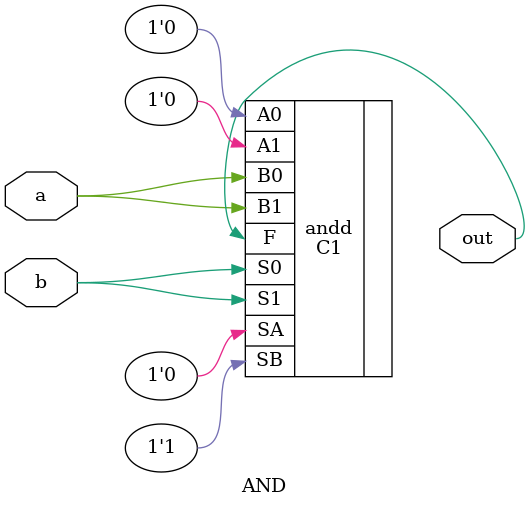
<source format=v>
module AND(a, b, out);
    input a, b;
    output out;
    C1 andd(.A0(1'b0), .A1(1'b0), .SA(1'b0), .B0(a), .B1(a), .SB(1'b1), .S0(b), .S1(b), .F(out));

endmodule
</source>
